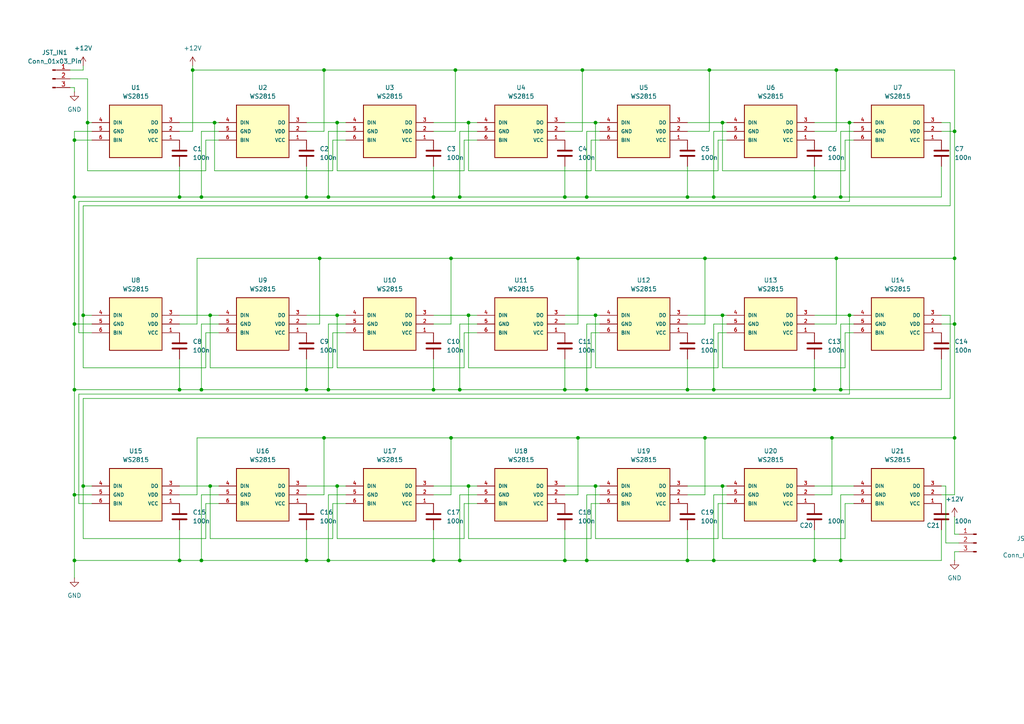
<source format=kicad_sch>
(kicad_sch (version 20250114) (generator "eeschema") (generator_version "9.0")
  (paper "A4")
  (lib_symbols
    (symbol "Connector:Conn_01x03_Pin" (pin_names (offset 1.016) (hide yes))
      (property "Reference" "J" (at 0 5.08 0))
      (property "Value" "Conn_01x03_Pin" (at 0 -5.08 0))
      (symbol "Conn_01x03_Pin_1_1"
        (rectangle (start 0.8636 2.667) (end 0 2.413) (stroke (width 0.1524)) (fill (type outline)))
        (rectangle (start 0.8636 0.127) (end 0 -0.127) (stroke (width 0.1524)) (fill (type outline)))
        (rectangle (start 0.8636 -2.413) (end 0 -2.667) (stroke (width 0.1524)) (fill (type outline)))
        (polyline (pts (xy 1.27 2.54) (xy 0.8636 2.54)) (stroke (width 0.1524)))
        (polyline (pts (xy 1.27 0) (xy 0.8636 0)) (stroke (width 0.1524)))
        (polyline (pts (xy 1.27 -2.54) (xy 0.8636 -2.54)) (stroke (width 0.1524)))
        (pin passive line (at 5.08 2.54 180) (length 3.81) (name "Pin_1") (number "1"))
        (pin passive line (at 5.08 0 180) (length 3.81) (name "Pin_2") (number "2"))
        (pin passive line (at 5.08 -2.54 180) (length 3.81) (name "Pin_3") (number "3"))
      )
    )
    (symbol "Device:C" (pin_numbers (hide yes)) (pin_names (offset 0.254))
      (property "Reference" "C" (at 0.635 2.54 0))
      (property "Value" "C" (at 0.635 -2.54 0))
      (symbol "C_0_1"
        (polyline (pts (xy -2.032 0.762) (xy 2.032 0.762)) (stroke (width 0.508)))
        (polyline (pts (xy -2.032 -0.762) (xy 2.032 -0.762)) (stroke (width 0.508)))
      )
      (symbol "C_1_1"
        (pin passive line (at 0 3.81 270) (length 2.794) (name "~") (number "1"))
        (pin passive line (at 0 -3.81 90) (length 2.794) (name "~") (number "2"))
      )
    )
    (symbol "LEDS:WS2815" (pin_names (offset 1.016))
      (property "Reference" "U" (at 0 0 0))
      (property "Value" "WS2815" (at 0 0 0))
      (symbol "WS2815_0_0"
        (rectangle (start -7.62 -5.08) (end 7.62 10.16) (stroke (width 0.254)) (fill (type background)))
        (pin bidirectional line (at -12.7 5.08 0) (length 5.08) (name "DIN") (number "4"))
        (pin bidirectional line (at -12.7 2.54 0) (length 5.08) (name "GND") (number "5"))
        (pin bidirectional line (at -12.7 0 0) (length 5.08) (name "BIN") (number "6"))
        (pin bidirectional line (at 12.7 5.08 180) (length 5.08) (name "DO") (number "3"))
        (pin bidirectional line (at 12.7 2.54 180) (length 5.08) (name "VDD") (number "2"))
        (pin bidirectional line (at 12.7 0 180) (length 5.08) (name "VCC") (number "1"))
      )
    )
    (symbol "power:+12V" (power) (pin_numbers (hide yes)) (pin_names (offset 0) (hide yes))
      (property "Value" "+12V" (at 0 3.556 0))
      (symbol "+12V_0_1"
        (polyline (pts (xy -0.762 1.27) (xy 0 2.54)))
        (polyline (pts (xy 0 2.54) (xy 0.762 1.27)))
        (polyline (pts (xy 0 0) (xy 0 2.54)))
      )
      (symbol "+12V_1_1"
        (pin power_in line (at 0 0 90) (length 0) (name "~") (number "1"))
      )
    )
    (symbol "power:GND" (power) (pin_numbers (hide yes)) (pin_names (offset 0) (hide yes))
      (property "Value" "GND" (at 0 -3.81 0))
      (symbol "GND_0_1"
        (polyline (pts (xy 0 0) (xy 0 -1.27) (xy 1.27 -1.27) (xy 0 -2.54) (xy -1.27 -1.27) (xy 0 -1.27)))
      )
      (symbol "GND_1_1"
        (pin power_in line (at 0 0 270) (length 0) (name "~") (number "1"))
      )
    )
  )
  (junction (at 163.83 162.56))
  (junction (at 170.18 162.56))
  (junction (at 133.35 57.15))
  (junction (at 125.73 162.56))
  (junction (at 168.91 20.32))
  (junction (at 60.96 140.97))
  (junction (at 93.98 20.32))
  (junction (at 62.23 35.56))
  (junction (at 236.22 113.03))
  (junction (at 163.83 113.03))
  (junction (at 204.47 127))
  (junction (at 21.59 57.15))
  (junction (at 24.13 91.44))
  (junction (at 58.42 113.03))
  (junction (at 243.84 162.56))
  (junction (at 276.86 127))
  (junction (at 21.59 143.51))
  (junction (at 97.79 140.97))
  (junction (at 88.9 113.03))
  (junction (at 52.07 113.03))
  (junction (at 241.3 127))
  (junction (at 58.42 162.56))
  (junction (at 276.86 93.98))
  (junction (at 243.84 57.15))
  (junction (at 21.59 40.64))
  (junction (at 209.55 35.56))
  (junction (at 55.88 20.32))
  (junction (at 170.18 113.03))
  (junction (at 172.72 91.44))
  (junction (at 135.89 140.97))
  (junction (at 209.55 140.97))
  (junction (at 207.01 113.03))
  (junction (at 21.59 113.03))
  (junction (at 243.84 113.03))
  (junction (at 92.71 74.93))
  (junction (at 125.73 113.03))
  (junction (at 133.35 113.03))
  (junction (at 88.9 162.56))
  (junction (at 132.08 20.32))
  (junction (at 130.81 127))
  (junction (at 172.72 35.56))
  (junction (at 60.96 91.44))
  (junction (at 88.9 57.15))
  (junction (at 93.98 127))
  (junction (at 236.22 162.56))
  (junction (at 58.42 57.15))
  (junction (at 207.01 162.56))
  (junction (at 172.72 140.97))
  (junction (at 204.47 74.93))
  (junction (at 246.38 35.56))
  (junction (at 236.22 57.15))
  (junction (at 130.81 74.93))
  (junction (at 25.4 35.56))
  (junction (at 125.73 57.15))
  (junction (at 276.86 74.93))
  (junction (at 21.59 93.98))
  (junction (at 24.13 140.97))
  (junction (at 97.79 35.56))
  (junction (at 170.18 57.15))
  (junction (at 21.59 162.56))
  (junction (at 52.07 162.56))
  (junction (at 95.25 113.03))
  (junction (at 135.89 35.56))
  (junction (at 199.39 162.56))
  (junction (at 52.07 57.15))
  (junction (at 205.74 20.32))
  (junction (at 163.83 57.15))
  (junction (at 135.89 91.44))
  (junction (at 97.79 91.44))
  (junction (at 246.38 91.44))
  (junction (at 199.39 57.15))
  (junction (at 167.64 74.93))
  (junction (at 209.55 91.44))
  (junction (at 242.57 20.32))
  (junction (at 242.57 74.93))
  (junction (at 207.01 57.15))
  (junction (at 95.25 57.15))
  (junction (at 133.35 162.56))
  (junction (at 95.25 162.56))
  (junction (at 199.39 113.03))
  (junction (at 276.86 38.1))
  (junction (at 167.64 127))
  (wire (pts (xy 88.9 104.14) (xy 88.9 113.03)))
  (wire (pts (xy 24.13 140.97) (xy 24.13 115.57)))
  (wire (pts (xy 135.89 140.97) (xy 138.43 140.97)))
  (wire (pts (xy 209.55 49.53) (xy 209.55 35.56)))
  (wire (pts (xy 236.22 48.26) (xy 236.22 57.15)))
  (wire (pts (xy 138.43 96.52) (xy 134.62 96.52)))
  (wire (pts (xy 205.74 20.32) (xy 242.57 20.32)))
  (wire (pts (xy 208.28 156.21) (xy 172.72 156.21)))
  (wire (pts (xy 100.33 40.64) (xy 96.52 40.64)))
  (wire (pts (xy 275.59 35.56) (xy 273.05 35.56)))
  (wire (pts (xy 209.55 91.44) (xy 210.82 91.44)))
  (wire (pts (xy 25.4 22.86) (xy 25.4 35.56)))
  (wire (pts (xy 276.86 154.94) (xy 278.13 154.94)))
  (wire (pts (xy 21.59 113.03) (xy 21.59 143.51)))
  (wire (pts (xy 236.22 91.44) (xy 246.38 91.44)))
  (wire (pts (xy 173.99 93.98) (xy 170.18 93.98)))
  (wire (pts (xy 245.11 156.21) (xy 209.55 156.21)))
  (wire (pts (xy 210.82 40.64) (xy 208.28 40.64)))
  (wire (pts (xy 172.72 106.68) (xy 172.72 91.44)))
  (wire (pts (xy 171.45 146.05) (xy 171.45 156.21)))
  (wire (pts (xy 92.71 74.93) (xy 57.15 74.93)))
  (wire (pts (xy 88.9 93.98) (xy 92.71 93.98)))
  (wire (pts (xy 96.52 156.21) (xy 60.96 156.21)))
  (wire (pts (xy 132.08 20.32) (xy 168.91 20.32)))
  (wire (pts (xy 236.22 35.56) (xy 246.38 35.56)))
  (wire (pts (xy 171.45 49.53) (xy 135.89 49.53)))
  (wire (pts (xy 173.99 143.51) (xy 170.18 143.51)))
  (wire (pts (xy 58.42 38.1) (xy 58.42 57.15)))
  (wire (pts (xy 26.67 93.98) (xy 21.59 93.98)))
  (wire (pts (xy 273.05 143.51) (xy 276.86 143.51)))
  (wire (pts (xy 207.01 113.03) (xy 236.22 113.03)))
  (wire (pts (xy 241.3 127) (xy 276.86 127)))
  (wire (pts (xy 96.52 146.05) (xy 96.52 156.21)))
  (wire (pts (xy 59.69 96.52) (xy 59.69 106.68)))
  (wire (pts (xy 24.13 59.69) (xy 275.59 59.69)))
  (wire (pts (xy 236.22 153.67) (xy 236.22 162.56)))
  (wire (pts (xy 21.59 40.64) (xy 26.67 40.64)))
  (wire (pts (xy 243.84 93.98) (xy 247.65 93.98)))
  (wire (pts (xy 171.45 106.68) (xy 135.89 106.68)))
  (wire (pts (xy 246.38 58.42) (xy 246.38 35.56)))
  (wire (pts (xy 24.13 156.21) (xy 24.13 140.97)))
  (wire (pts (xy 207.01 162.56) (xy 236.22 162.56)))
  (wire (pts (xy 209.55 156.21) (xy 209.55 140.97)))
  (wire (pts (xy 134.62 40.64) (xy 134.62 49.53)))
  (wire (pts (xy 243.84 113.03) (xy 243.84 93.98)))
  (wire (pts (xy 236.22 93.98) (xy 242.57 93.98)))
  (wire (pts (xy 138.43 93.98) (xy 133.35 93.98)))
  (wire (pts (xy 134.62 49.53) (xy 97.79 49.53)))
  (wire (pts (xy 199.39 38.1) (xy 205.74 38.1)))
  (wire (pts (xy 59.69 40.64) (xy 59.69 49.53)))
  (wire (pts (xy 95.25 57.15) (xy 125.73 57.15)))
  (wire (pts (xy 21.59 162.56) (xy 52.07 162.56)))
  (wire (pts (xy 173.99 96.52) (xy 171.45 96.52)))
  (wire (pts (xy 245.11 96.52) (xy 245.11 106.68)))
  (wire (pts (xy 204.47 143.51) (xy 204.47 127)))
  (wire (pts (xy 21.59 93.98) (xy 21.59 113.03)))
  (wire (pts (xy 63.5 38.1) (xy 58.42 38.1)))
  (wire (pts (xy 170.18 143.51) (xy 170.18 162.56)))
  (wire (pts (xy 245.11 146.05) (xy 245.11 156.21)))
  (wire (pts (xy 245.11 106.68) (xy 209.55 106.68)))
  (wire (pts (xy 24.13 115.57) (xy 275.59 115.57)))
  (wire (pts (xy 273.05 48.26) (xy 273.05 57.15)))
  (wire (pts (xy 167.64 143.51) (xy 167.64 127)))
  (wire (pts (xy 21.59 143.51) (xy 21.59 162.56)))
  (wire (pts (xy 210.82 93.98) (xy 207.01 93.98)))
  (wire (pts (xy 88.9 38.1) (xy 93.98 38.1)))
  (wire (pts (xy 209.55 35.56) (xy 210.82 35.56)))
  (wire (pts (xy 63.5 146.05) (xy 59.69 146.05)))
  (wire (pts (xy 167.64 127) (xy 204.47 127)))
  (wire (pts (xy 88.9 35.56) (xy 97.79 35.56)))
  (wire (pts (xy 88.9 153.67) (xy 88.9 162.56)))
  (wire (pts (xy 96.52 96.52) (xy 96.52 106.68)))
  (wire (pts (xy 63.5 93.98) (xy 58.42 93.98)))
  (wire (pts (xy 25.4 35.56) (xy 26.67 35.56)))
  (wire (pts (xy 274.32 157.48) (xy 278.13 157.48)))
  (wire (pts (xy 57.15 127) (xy 57.15 143.51)))
  (wire (pts (xy 135.89 91.44) (xy 138.43 91.44)))
  (wire (pts (xy 134.62 96.52) (xy 134.62 106.68)))
  (wire (pts (xy 24.13 91.44) (xy 24.13 106.68)))
  (wire (pts (xy 88.9 48.26) (xy 88.9 57.15)))
  (wire (pts (xy 276.86 38.1) (xy 276.86 74.93)))
  (wire (pts (xy 88.9 91.44) (xy 97.79 91.44)))
  (wire (pts (xy 95.25 93.98) (xy 95.25 113.03)))
  (wire (pts (xy 58.42 93.98) (xy 58.42 113.03)))
  (wire (pts (xy 22.86 58.42) (xy 246.38 58.42)))
  (wire (pts (xy 63.5 96.52) (xy 59.69 96.52)))
  (wire (pts (xy 100.33 93.98) (xy 95.25 93.98)))
  (wire (pts (xy 125.73 57.15) (xy 133.35 57.15)))
  (wire (pts (xy 26.67 143.51) (xy 21.59 143.51)))
  (wire (pts (xy 208.28 146.05) (xy 208.28 156.21)))
  (wire (pts (xy 210.82 96.52) (xy 208.28 96.52)))
  (wire (pts (xy 199.39 140.97) (xy 209.55 140.97)))
  (wire (pts (xy 55.88 20.32) (xy 93.98 20.32)))
  (wire (pts (xy 273.05 113.03) (xy 243.84 113.03)))
  (wire (pts (xy 172.72 91.44) (xy 173.99 91.44)))
  (wire (pts (xy 92.71 93.98) (xy 92.71 74.93)))
  (wire (pts (xy 209.55 140.97) (xy 210.82 140.97)))
  (wire (pts (xy 96.52 40.64) (xy 96.52 49.53)))
  (wire (pts (xy 163.83 93.98) (xy 167.64 93.98)))
  (wire (pts (xy 167.64 74.93) (xy 130.81 74.93)))
  (wire (pts (xy 241.3 143.51) (xy 241.3 127)))
  (wire (pts (xy 25.4 49.53) (xy 25.4 35.56)))
  (wire (pts (xy 58.42 143.51) (xy 58.42 162.56)))
  (wire (pts (xy 247.65 146.05) (xy 245.11 146.05)))
  (wire (pts (xy 236.22 140.97) (xy 247.65 140.97)))
  (wire (pts (xy 52.07 48.26) (xy 52.07 57.15)))
  (wire (pts (xy 26.67 38.1) (xy 21.59 38.1)))
  (wire (pts (xy 276.86 74.93) (xy 242.57 74.93)))
  (wire (pts (xy 97.79 49.53) (xy 97.79 35.56)))
  (wire (pts (xy 24.13 106.68) (xy 59.69 106.68)))
  (wire (pts (xy 171.45 156.21) (xy 135.89 156.21)))
  (wire (pts (xy 243.84 143.51) (xy 247.65 143.51)))
  (wire (pts (xy 130.81 127) (xy 167.64 127)))
  (wire (pts (xy 62.23 49.53) (xy 62.23 35.56)))
  (wire (pts (xy 246.38 91.44) (xy 247.65 91.44)))
  (wire (pts (xy 21.59 26.67) (xy 21.59 25.4)))
  (wire (pts (xy 236.22 143.51) (xy 241.3 143.51)))
  (wire (pts (xy 100.33 146.05) (xy 96.52 146.05)))
  (wire (pts (xy 95.25 143.51) (xy 95.25 162.56)))
  (wire (pts (xy 55.88 19.05) (xy 55.88 20.32)))
  (wire (pts (xy 97.79 35.56) (xy 100.33 35.56)))
  (wire (pts (xy 60.96 140.97) (xy 63.5 140.97)))
  (wire (pts (xy 168.91 20.32) (xy 205.74 20.32)))
  (wire (pts (xy 60.96 106.68) (xy 60.96 91.44)))
  (wire (pts (xy 242.57 20.32) (xy 276.86 20.32)))
  (wire (pts (xy 88.9 57.15) (xy 95.25 57.15)))
  (wire (pts (xy 59.69 146.05) (xy 59.69 156.21)))
  (wire (pts (xy 24.13 20.32) (xy 20.32 20.32)))
  (wire (pts (xy 273.05 162.56) (xy 243.84 162.56)))
  (wire (pts (xy 163.83 153.67) (xy 163.83 162.56)))
  (wire (pts (xy 52.07 113.03) (xy 58.42 113.03)))
  (wire (pts (xy 22.86 146.05) (xy 22.86 114.3)))
  (wire (pts (xy 52.07 140.97) (xy 60.96 140.97)))
  (wire (pts (xy 88.9 162.56) (xy 95.25 162.56)))
  (wire (pts (xy 52.07 38.1) (xy 55.88 38.1)))
  (wire (pts (xy 138.43 146.05) (xy 134.62 146.05)))
  (wire (pts (xy 199.39 162.56) (xy 207.01 162.56)))
  (wire (pts (xy 133.35 162.56) (xy 163.83 162.56)))
  (wire (pts (xy 210.82 38.1) (xy 207.01 38.1)))
  (wire (pts (xy 125.73 35.56) (xy 135.89 35.56)))
  (wire (pts (xy 59.69 40.64) (xy 63.5 40.64)))
  (wire (pts (xy 21.59 57.15) (xy 52.07 57.15)))
  (wire (pts (xy 236.22 57.15) (xy 243.84 57.15)))
  (wire (pts (xy 55.88 20.32) (xy 55.88 38.1)))
  (wire (pts (xy 170.18 57.15) (xy 199.39 57.15)))
  (wire (pts (xy 93.98 38.1) (xy 93.98 20.32)))
  (wire (pts (xy 207.01 143.51) (xy 207.01 162.56)))
  (wire (pts (xy 88.9 140.97) (xy 97.79 140.97)))
  (wire (pts (xy 243.84 57.15) (xy 243.84 38.1)))
  (wire (pts (xy 171.45 40.64) (xy 171.45 49.53)))
  (wire (pts (xy 245.11 40.64) (xy 245.11 49.53)))
  (wire (pts (xy 58.42 57.15) (xy 88.9 57.15)))
  (wire (pts (xy 273.05 104.14) (xy 273.05 113.03)))
  (wire (pts (xy 125.73 104.14) (xy 125.73 113.03)))
  (wire (pts (xy 275.59 59.69) (xy 275.59 35.56)))
  (wire (pts (xy 135.89 106.68) (xy 135.89 91.44)))
  (wire (pts (xy 172.72 35.56) (xy 173.99 35.56)))
  (wire (pts (xy 97.79 156.21) (xy 97.79 140.97)))
  (wire (pts (xy 97.79 91.44) (xy 100.33 91.44)))
  (wire (pts (xy 163.83 140.97) (xy 172.72 140.97)))
  (wire (pts (xy 199.39 104.14) (xy 199.39 113.03)))
  (wire (pts (xy 163.83 57.15) (xy 170.18 57.15)))
  (wire (pts (xy 100.33 38.1) (xy 95.25 38.1)))
  (wire (pts (xy 20.32 22.86) (xy 25.4 22.86)))
  (wire (pts (xy 52.07 143.51) (xy 57.15 143.51)))
  (wire (pts (xy 163.83 48.26) (xy 163.83 57.15)))
  (wire (pts (xy 276.86 160.02) (xy 276.86 162.56)))
  (wire (pts (xy 22.86 96.52) (xy 22.86 58.42)))
  (wire (pts (xy 26.67 146.05) (xy 22.86 146.05)))
  (wire (pts (xy 199.39 91.44) (xy 209.55 91.44)))
  (wire (pts (xy 21.59 162.56) (xy 21.59 167.64)))
  (wire (pts (xy 52.07 57.15) (xy 58.42 57.15)))
  (wire (pts (xy 247.65 40.64) (xy 245.11 40.64)))
  (wire (pts (xy 95.25 113.03) (xy 125.73 113.03)))
  (wire (pts (xy 135.89 35.56) (xy 138.43 35.56)))
  (wire (pts (xy 163.83 35.56) (xy 172.72 35.56)))
  (wire (pts (xy 207.01 38.1) (xy 207.01 57.15)))
  (wire (pts (xy 125.73 48.26) (xy 125.73 57.15)))
  (wire (pts (xy 134.62 146.05) (xy 134.62 156.21)))
  (wire (pts (xy 246.38 114.3) (xy 246.38 91.44)))
  (wire (pts (xy 100.33 143.51) (xy 95.25 143.51)))
  (wire (pts (xy 171.45 96.52) (xy 171.45 106.68)))
  (wire (pts (xy 170.18 38.1) (xy 170.18 57.15)))
  (wire (pts (xy 274.32 140.97) (xy 274.32 157.48)))
  (wire (pts (xy 52.07 91.44) (xy 60.96 91.44)))
  (wire (pts (xy 247.65 96.52) (xy 245.11 96.52)))
  (wire (pts (xy 59.69 49.53) (xy 25.4 49.53)))
  (wire (pts (xy 21.59 25.4) (xy 20.32 25.4)))
  (wire (pts (xy 133.35 93.98) (xy 133.35 113.03)))
  (wire (pts (xy 52.07 93.98) (xy 57.15 93.98)))
  (wire (pts (xy 24.13 140.97) (xy 26.67 140.97)))
  (wire (pts (xy 52.07 35.56) (xy 62.23 35.56)))
  (wire (pts (xy 208.28 106.68) (xy 172.72 106.68)))
  (wire (pts (xy 24.13 91.44) (xy 26.67 91.44)))
  (wire (pts (xy 130.81 74.93) (xy 92.71 74.93)))
  (wire (pts (xy 242.57 38.1) (xy 242.57 20.32)))
  (wire (pts (xy 134.62 156.21) (xy 97.79 156.21)))
  (wire (pts (xy 163.83 104.14) (xy 163.83 113.03)))
  (wire (pts (xy 172.72 140.97) (xy 173.99 140.97)))
  (wire (pts (xy 24.13 91.44) (xy 24.13 59.69)))
  (wire (pts (xy 276.86 149.86) (xy 276.86 154.94)))
  (wire (pts (xy 242.57 74.93) (xy 204.47 74.93)))
  (wire (pts (xy 62.23 35.56) (xy 63.5 35.56)))
  (wire (pts (xy 163.83 38.1) (xy 168.91 38.1)))
  (wire (pts (xy 21.59 38.1) (xy 21.59 40.64)))
  (wire (pts (xy 173.99 146.05) (xy 171.45 146.05)))
  (wire (pts (xy 100.33 96.52) (xy 96.52 96.52)))
  (wire (pts (xy 138.43 40.64) (xy 134.62 40.64)))
  (wire (pts (xy 199.39 93.98) (xy 204.47 93.98)))
  (wire (pts (xy 125.73 140.97) (xy 135.89 140.97)))
  (wire (pts (xy 208.28 49.53) (xy 172.72 49.53)))
  (wire (pts (xy 208.28 96.52) (xy 208.28 106.68)))
  (wire (pts (xy 273.05 57.15) (xy 243.84 57.15)))
  (wire (pts (xy 199.39 48.26) (xy 199.39 57.15)))
  (wire (pts (xy 96.52 106.68) (xy 60.96 106.68)))
  (wire (pts (xy 58.42 113.03) (xy 88.9 113.03)))
  (wire (pts (xy 95.25 162.56) (xy 125.73 162.56)))
  (wire (pts (xy 125.73 91.44) (xy 135.89 91.44)))
  (wire (pts (xy 199.39 113.03) (xy 207.01 113.03)))
  (wire (pts (xy 96.52 49.53) (xy 62.23 49.53)))
  (wire (pts (xy 93.98 20.32) (xy 132.08 20.32)))
  (wire (pts (xy 236.22 38.1) (xy 242.57 38.1)))
  (wire (pts (xy 167.64 93.98) (xy 167.64 74.93)))
  (wire (pts (xy 278.13 160.02) (xy 276.86 160.02)))
  (wire (pts (xy 52.07 153.67) (xy 52.07 162.56)))
  (wire (pts (xy 205.74 38.1) (xy 205.74 20.32)))
  (wire (pts (xy 236.22 113.03) (xy 243.84 113.03)))
  (wire (pts (xy 138.43 38.1) (xy 133.35 38.1)))
  (wire (pts (xy 125.73 162.56) (xy 133.35 162.56)))
  (wire (pts (xy 21.59 113.03) (xy 52.07 113.03)))
  (wire (pts (xy 163.83 113.03) (xy 170.18 113.03)))
  (wire (pts (xy 276.86 20.32) (xy 276.86 38.1)))
  (wire (pts (xy 236.22 104.14) (xy 236.22 113.03)))
  (wire (pts (xy 273.05 93.98) (xy 276.86 93.98)))
  (wire (pts (xy 52.07 104.14) (xy 52.07 113.03)))
  (wire (pts (xy 210.82 143.51) (xy 207.01 143.51)))
  (wire (pts (xy 209.55 106.68) (xy 209.55 91.44)))
  (wire (pts (xy 125.73 38.1) (xy 132.08 38.1)))
  (wire (pts (xy 135.89 49.53) (xy 135.89 35.56)))
  (wire (pts (xy 168.91 38.1) (xy 168.91 20.32)))
  (wire (pts (xy 243.84 38.1) (xy 247.65 38.1)))
  (wire (pts (xy 199.39 143.51) (xy 204.47 143.51)))
  (wire (pts (xy 275.59 115.57) (xy 275.59 91.44)))
  (wire (pts (xy 57.15 127) (xy 93.98 127)))
  (wire (pts (xy 88.9 143.51) (xy 93.98 143.51)))
  (wire (pts (xy 60.96 91.44) (xy 63.5 91.44)))
  (wire (pts (xy 95.25 38.1) (xy 95.25 57.15)))
  (wire (pts (xy 199.39 35.56) (xy 209.55 35.56)))
  (wire (pts (xy 204.47 127) (xy 241.3 127)))
  (wire (pts (xy 172.72 156.21) (xy 172.72 140.97)))
  (wire (pts (xy 170.18 162.56) (xy 199.39 162.56)))
  (wire (pts (xy 26.67 96.52) (xy 22.86 96.52)))
  (wire (pts (xy 204.47 74.93) (xy 167.64 74.93)))
  (wire (pts (xy 133.35 57.15) (xy 163.83 57.15)))
  (wire (pts (xy 246.38 35.56) (xy 247.65 35.56)))
  (wire (pts (xy 52.07 162.56) (xy 58.42 162.56)))
  (wire (pts (xy 208.28 40.64) (xy 208.28 49.53)))
  (wire (pts (xy 173.99 38.1) (xy 170.18 38.1)))
  (wire (pts (xy 273.05 153.67) (xy 273.05 162.56)))
  (wire (pts (xy 125.73 143.51) (xy 130.81 143.51)))
  (wire (pts (xy 125.73 113.03) (xy 133.35 113.03)))
  (wire (pts (xy 243.84 162.56) (xy 243.84 143.51)))
  (wire (pts (xy 172.72 49.53) (xy 172.72 35.56)))
  (wire (pts (xy 199.39 153.67) (xy 199.39 162.56)))
  (wire (pts (xy 199.39 57.15) (xy 207.01 57.15)))
  (wire (pts (xy 88.9 113.03) (xy 95.25 113.03)))
  (wire (pts (xy 60.96 156.21) (xy 60.96 140.97)))
  (wire (pts (xy 276.86 93.98) (xy 276.86 74.93)))
  (wire (pts (xy 133.35 113.03) (xy 163.83 113.03)))
  (wire (pts (xy 276.86 127) (xy 276.86 93.98)))
  (wire (pts (xy 173.99 40.64) (xy 171.45 40.64)))
  (wire (pts (xy 170.18 93.98) (xy 170.18 113.03)))
  (wire (pts (xy 133.35 38.1) (xy 133.35 57.15)))
  (wire (pts (xy 125.73 153.67) (xy 125.73 162.56)))
  (wire (pts (xy 22.86 114.3) (xy 246.38 114.3)))
  (wire (pts (xy 21.59 57.15) (xy 21.59 93.98)))
  (wire (pts (xy 24.13 19.05) (xy 24.13 20.32)))
  (wire (pts (xy 125.73 93.98) (xy 130.81 93.98)))
  (wire (pts (xy 273.05 140.97) (xy 274.32 140.97)))
  (wire (pts (xy 133.35 143.51) (xy 133.35 162.56)))
  (wire (pts (xy 245.11 49.53) (xy 209.55 49.53)))
  (wire (pts (xy 132.08 38.1) (xy 132.08 20.32)))
  (wire (pts (xy 276.86 143.51) (xy 276.86 127)))
  (wire (pts (xy 130.81 93.98) (xy 130.81 74.93)))
  (wire (pts (xy 93.98 143.51) (xy 93.98 127)))
  (wire (pts (xy 273.05 38.1) (xy 276.86 38.1)))
  (wire (pts (xy 207.01 57.15) (xy 236.22 57.15)))
  (wire (pts (xy 210.82 146.05) (xy 208.28 146.05)))
  (wire (pts (xy 170.18 113.03) (xy 199.39 113.03)))
  (wire (pts (xy 236.22 162.56) (xy 243.84 162.56)))
  (wire (pts (xy 134.62 106.68) (xy 97.79 106.68)))
  (wire (pts (xy 163.83 91.44) (xy 172.72 91.44)))
  (wire (pts (xy 21.59 40.64) (xy 21.59 57.15)))
  (wire (pts (xy 204.47 93.98) (xy 204.47 74.93)))
  (wire (pts (xy 138.43 143.51) (xy 133.35 143.51)))
  (wire (pts (xy 130.81 143.51) (xy 130.81 127)))
  (wire (pts (xy 93.98 127) (xy 130.81 127)))
  (wire (pts (xy 135.89 156.21) (xy 135.89 140.97)))
  (wire (pts (xy 207.01 93.98) (xy 207.01 113.03)))
  (wire (pts (xy 58.42 162.56) (xy 88.9 162.56)))
  (wire (pts (xy 97.79 140.97) (xy 100.33 140.97)))
  (wire (pts (xy 97.79 106.68) (xy 97.79 91.44)))
  (wire (pts (xy 63.5 143.51) (xy 58.42 143.51)))
  (wire (pts (xy 163.83 143.51) (xy 167.64 143.51)))
  (wire (pts (xy 163.83 162.56) (xy 170.18 162.56)))
  (wire (pts (xy 57.15 74.93) (xy 57.15 93.98)))
  (wire (pts (xy 242.57 93.98) (xy 242.57 74.93)))
  (wire (pts (xy 275.59 91.44) (xy 273.05 91.44)))
  (wire (pts (xy 59.69 156.21) (xy 24.13 156.21)))
  (symbol (lib_id "LEDS:WS2815") (at 151.13 146.05 0) (unit 1)
    (property "Reference" "U18" (at 151.13 130.81 0))
    (property "Value" "WS2815" (at 151.13 133.35 0))
    (property "Footprint" "LEDS:LED-TRICOLOR-5050" (effects (hide yes)))
    (property "MF" "Normand" (effects (hide yes)))
    (property "Description_1" "Intelligent control LED integrated light source" (effects (hide yes)))
    (property "Package" "Package" (effects (hide yes)))
    (property "Price" "None" (effects (hide yes)))
    (property "SnapEDA_Link" "https://www.snapeda.com/parts/WS2815/Normand/view-part/?ref=snap" (effects (hide yes)))
    (property "MP" "WS2815" (effects (hide yes)))
    (property "Availability" "Not in stock" (effects (hide yes)))
    (property "Check_prices" "https://www.snapeda.com/parts/WS2815/Normand/view-part/?ref=eda" (effects (hide yes)))
  )
  (symbol (lib_id "LEDS:WS2815") (at 113.03 40.64 0) (unit 1)
    (property "Reference" "U3" (at 113.03 25.4 0))
    (property "Value" "WS2815" (at 113.03 27.94 0))
    (property "Footprint" "LEDS:LED-TRICOLOR-5050" (effects (hide yes)))
    (property "MF" "Normand" (effects (hide yes)))
    (property "Description_1" "Intelligent control LED integrated light source" (effects (hide yes)))
    (property "Package" "Package" (effects (hide yes)))
    (property "Price" "None" (effects (hide yes)))
    (property "SnapEDA_Link" "https://www.snapeda.com/parts/WS2815/Normand/view-part/?ref=snap" (effects (hide yes)))
    (property "MP" "WS2815" (effects (hide yes)))
    (property "Availability" "Not in stock" (effects (hide yes)))
    (property "Check_prices" "https://www.snapeda.com/parts/WS2815/Normand/view-part/?ref=eda" (effects (hide yes)))
  )
  (symbol (lib_id "LEDS:WS2815") (at 186.69 146.05 0) (unit 1)
    (property "Reference" "U19" (at 186.69 130.81 0))
    (property "Value" "WS2815" (at 186.69 133.35 0))
    (property "Footprint" "LEDS:LED-TRICOLOR-5050" (effects (hide yes)))
    (property "MF" "Normand" (effects (hide yes)))
    (property "Description_1" "Intelligent control LED integrated light source" (effects (hide yes)))
    (property "Package" "Package" (effects (hide yes)))
    (property "Price" "None" (effects (hide yes)))
    (property "SnapEDA_Link" "https://www.snapeda.com/parts/WS2815/Normand/view-part/?ref=snap" (effects (hide yes)))
    (property "MP" "WS2815" (effects (hide yes)))
    (property "Availability" "Not in stock" (effects (hide yes)))
    (property "Check_prices" "https://www.snapeda.com/parts/WS2815/Normand/view-part/?ref=eda" (effects (hide yes)))
  )
  (symbol (lib_id "Device:C") (at 199.39 149.86 0) (unit 1)
    (property "Reference" "C19" (at 203.2 148.5899 0) (effects (justify left)))
    (property "Value" "100n" (at 203.2 151.1299 0) (effects (justify left)))
    (property "Footprint" "Capacitor_SMD:C_1206_3216Metric_Pad1.33x1.80mm_HandSolder" (effects (hide yes)))
    (property "Description" "Unpolarized capacitor" (effects (hide yes)))
  )
  (symbol (lib_id "Device:C") (at 273.05 44.45 0) (unit 1)
    (property "Reference" "C7" (at 276.86 43.1799 0) (effects (justify left)))
    (property "Value" "100n" (at 276.86 45.7199 0) (effects (justify left)))
    (property "Footprint" "Capacitor_SMD:C_1206_3216Metric_Pad1.33x1.80mm_HandSolder" (effects (hide yes)))
    (property "Description" "Unpolarized capacitor" (effects (hide yes)))
  )
  (symbol (lib_id "Device:C") (at 125.73 44.45 0) (unit 1)
    (property "Reference" "C3" (at 129.54 43.1799 0) (effects (justify left)))
    (property "Value" "100n" (at 129.54 45.7199 0) (effects (justify left)))
    (property "Footprint" "Capacitor_SMD:C_1206_3216Metric_Pad1.33x1.80mm_HandSolder" (effects (hide yes)))
    (property "Description" "Unpolarized capacitor" (effects (hide yes)))
  )
  (symbol (lib_id "LEDS:WS2815") (at 223.52 40.64 0) (unit 1)
    (property "Reference" "U6" (at 223.52 25.4 0))
    (property "Value" "WS2815" (at 223.52 27.94 0))
    (property "Footprint" "LEDS:LED-TRICOLOR-5050" (effects (hide yes)))
    (property "MF" "Normand" (effects (hide yes)))
    (property "Description_1" "Intelligent control LED integrated light source" (effects (hide yes)))
    (property "Package" "Package" (effects (hide yes)))
    (property "Price" "None" (effects (hide yes)))
    (property "SnapEDA_Link" "https://www.snapeda.com/parts/WS2815/Normand/view-part/?ref=snap" (effects (hide yes)))
    (property "MP" "WS2815" (effects (hide yes)))
    (property "Availability" "Not in stock" (effects (hide yes)))
    (property "Check_prices" "https://www.snapeda.com/parts/WS2815/Normand/view-part/?ref=eda" (effects (hide yes)))
  )
  (symbol (lib_id "Device:C") (at 88.9 100.33 0) (unit 1)
    (property "Reference" "C9" (at 92.71 99.0599 0) (effects (justify left)))
    (property "Value" "100n" (at 92.71 101.5999 0) (effects (justify left)))
    (property "Footprint" "Capacitor_SMD:C_1206_3216Metric_Pad1.33x1.80mm_HandSolder" (effects (hide yes)))
    (property "Description" "Unpolarized capacitor" (effects (hide yes)))
  )
  (symbol (lib_id "power:+12V") (at 55.88 19.05 0) (unit 1)
    (property "Reference" "#PWR03" (effects (hide yes)))
    (property "Value" "+12V" (at 55.88 13.97 0))
    (property "Description" "Power symbol creates a global label with name \"+12V\"" (effects (hide yes)))
  )
  (symbol (lib_id "LEDS:WS2815") (at 39.37 96.52 0) (unit 1)
    (property "Reference" "U8" (at 39.37 81.28 0))
    (property "Value" "WS2815" (at 39.37 83.82 0))
    (property "Footprint" "LEDS:LED-TRICOLOR-5050" (effects (hide yes)))
    (property "MF" "Normand" (effects (hide yes)))
    (property "Description_1" "Intelligent control LED integrated light source" (effects (hide yes)))
    (property "Package" "Package" (effects (hide yes)))
    (property "Price" "None" (effects (hide yes)))
    (property "SnapEDA_Link" "https://www.snapeda.com/parts/WS2815/Normand/view-part/?ref=snap" (effects (hide yes)))
    (property "MP" "WS2815" (effects (hide yes)))
    (property "Availability" "Not in stock" (effects (hide yes)))
    (property "Check_prices" "https://www.snapeda.com/parts/WS2815/Normand/view-part/?ref=eda" (effects (hide yes)))
  )
  (symbol (lib_id "LEDS:WS2815") (at 223.52 146.05 0) (unit 1)
    (property "Reference" "U20" (at 223.52 130.81 0))
    (property "Value" "WS2815" (at 223.52 133.35 0))
    (property "Footprint" "LEDS:LED-TRICOLOR-5050" (effects (hide yes)))
    (property "MF" "Normand" (effects (hide yes)))
    (property "Description_1" "Intelligent control LED integrated light source" (effects (hide yes)))
    (property "Package" "Package" (effects (hide yes)))
    (property "Price" "None" (effects (hide yes)))
    (property "SnapEDA_Link" "https://www.snapeda.com/parts/WS2815/Normand/view-part/?ref=snap" (effects (hide yes)))
    (property "MP" "WS2815" (effects (hide yes)))
    (property "Availability" "Not in stock" (effects (hide yes)))
    (property "Check_prices" "https://www.snapeda.com/parts/WS2815/Normand/view-part/?ref=eda" (effects (hide yes)))
  )
  (symbol (lib_id "LEDS:WS2815") (at 113.03 146.05 0) (unit 1)
    (property "Reference" "U17" (at 113.03 130.81 0))
    (property "Value" "WS2815" (at 113.03 133.35 0))
    (property "Footprint" "LEDS:LED-TRICOLOR-5050" (effects (hide yes)))
    (property "MF" "Normand" (effects (hide yes)))
    (property "Description_1" "Intelligent control LED integrated light source" (effects (hide yes)))
    (property "Package" "Package" (effects (hide yes)))
    (property "Price" "None" (effects (hide yes)))
    (property "SnapEDA_Link" "https://www.snapeda.com/parts/WS2815/Normand/view-part/?ref=snap" (effects (hide yes)))
    (property "MP" "WS2815" (effects (hide yes)))
    (property "Availability" "Not in stock" (effects (hide yes)))
    (property "Check_prices" "https://www.snapeda.com/parts/WS2815/Normand/view-part/?ref=eda" (effects (hide yes)))
  )
  (symbol (lib_id "LEDS:WS2815") (at 76.2 96.52 0) (unit 1)
    (property "Reference" "U9" (at 76.2 81.28 0))
    (property "Value" "WS2815" (at 76.2 83.82 0))
    (property "Footprint" "LEDS:LED-TRICOLOR-5050" (effects (hide yes)))
    (property "MF" "Normand" (effects (hide yes)))
    (property "Description_1" "Intelligent control LED integrated light source" (effects (hide yes)))
    (property "Package" "Package" (effects (hide yes)))
    (property "Price" "None" (effects (hide yes)))
    (property "SnapEDA_Link" "https://www.snapeda.com/parts/WS2815/Normand/view-part/?ref=snap" (effects (hide yes)))
    (property "MP" "WS2815" (effects (hide yes)))
    (property "Availability" "Not in stock" (effects (hide yes)))
    (property "Check_prices" "https://www.snapeda.com/parts/WS2815/Normand/view-part/?ref=eda" (effects (hide yes)))
  )
  (symbol (lib_id "Device:C") (at 163.83 100.33 0) (unit 1)
    (property "Reference" "C11" (at 167.64 99.0599 0) (effects (justify left)))
    (property "Value" "100n" (at 167.64 101.5999 0) (effects (justify left)))
    (property "Footprint" "Capacitor_SMD:C_1206_3216Metric_Pad1.33x1.80mm_HandSolder" (effects (hide yes)))
    (property "Description" "Unpolarized capacitor" (effects (hide yes)))
  )
  (symbol (lib_id "Device:C") (at 88.9 149.86 0) (unit 1)
    (property "Reference" "C16" (at 92.71 148.5899 0) (effects (justify left)))
    (property "Value" "100n" (at 92.71 151.1299 0) (effects (justify left)))
    (property "Footprint" "Capacitor_SMD:C_1206_3216Metric_Pad1.33x1.80mm_HandSolder" (effects (hide yes)))
    (property "Description" "Unpolarized capacitor" (effects (hide yes)))
  )
  (symbol (lib_id "Device:C") (at 88.9 44.45 0) (unit 1)
    (property "Reference" "C2" (at 92.71 43.1799 0) (effects (justify left)))
    (property "Value" "100n" (at 92.71 45.7199 0) (effects (justify left)))
    (property "Footprint" "Capacitor_SMD:C_1206_3216Metric_Pad1.33x1.80mm_HandSolder" (effects (hide yes)))
    (property "Description" "Unpolarized capacitor" (effects (hide yes)))
  )
  (symbol (lib_id "LEDS:WS2815") (at 186.69 40.64 0) (unit 1)
    (property "Reference" "U5" (at 186.69 25.4 0))
    (property "Value" "WS2815" (at 186.69 27.94 0))
    (property "Footprint" "LEDS:LED-TRICOLOR-5050" (effects (hide yes)))
    (property "MF" "Normand" (effects (hide yes)))
    (property "Description_1" "Intelligent control LED integrated light source" (effects (hide yes)))
    (property "Package" "Package" (effects (hide yes)))
    (property "Price" "None" (effects (hide yes)))
    (property "SnapEDA_Link" "https://www.snapeda.com/parts/WS2815/Normand/view-part/?ref=snap" (effects (hide yes)))
    (property "MP" "WS2815" (effects (hide yes)))
    (property "Availability" "Not in stock" (effects (hide yes)))
    (property "Check_prices" "https://www.snapeda.com/parts/WS2815/Normand/view-part/?ref=eda" (effects (hide yes)))
  )
  (symbol (lib_id "Device:C") (at 236.22 149.86 0) (unit 1)
    (property "Reference" "C20" (at 231.902 152.4 0) (effects (justify left)))
    (property "Value" "100n" (at 240.03 151.1299 0) (effects (justify left)))
    (property "Footprint" "Capacitor_SMD:C_1206_3216Metric_Pad1.33x1.80mm_HandSolder" (effects (hide yes)))
    (property "Description" "Unpolarized capacitor" (effects (hide yes)))
  )
  (symbol (lib_id "power:GND") (at 21.59 167.64 0) (unit 1)
    (property "Reference" "#PWR04" (effects (hide yes)))
    (property "Value" "GND" (at 21.59 172.72 0))
    (property "Description" "Power symbol creates a global label with name \"GND\" , ground" (effects (hide yes)))
  )
  (symbol (lib_id "LEDS:WS2815") (at 186.69 96.52 0) (unit 1)
    (property "Reference" "U12" (at 186.69 81.28 0))
    (property "Value" "WS2815" (at 186.69 83.82 0))
    (property "Footprint" "LEDS:LED-TRICOLOR-5050" (effects (hide yes)))
    (property "MF" "Normand" (effects (hide yes)))
    (property "Description_1" "Intelligent control LED integrated light source" (effects (hide yes)))
    (property "Package" "Package" (effects (hide yes)))
    (property "Price" "None" (effects (hide yes)))
    (property "SnapEDA_Link" "https://www.snapeda.com/parts/WS2815/Normand/view-part/?ref=snap" (effects (hide yes)))
    (property "MP" "WS2815" (effects (hide yes)))
    (property "Availability" "Not in stock" (effects (hide yes)))
    (property "Check_prices" "https://www.snapeda.com/parts/WS2815/Normand/view-part/?ref=eda" (effects (hide yes)))
  )
  (symbol (lib_id "Device:C") (at 163.83 44.45 0) (unit 1)
    (property "Reference" "C4" (at 167.64 43.1799 0) (effects (justify left)))
    (property "Value" "100n" (at 167.64 45.7199 0) (effects (justify left)))
    (property "Footprint" "Capacitor_SMD:C_1206_3216Metric_Pad1.33x1.80mm_HandSolder" (effects (hide yes)))
    (property "Description" "Unpolarized capacitor" (effects (hide yes)))
  )
  (symbol (lib_id "LEDS:WS2815") (at 39.37 146.05 0) (unit 1)
    (property "Reference" "U15" (at 39.37 130.81 0))
    (property "Value" "WS2815" (at 39.37 133.35 0))
    (property "Footprint" "LEDS:LED-TRICOLOR-5050" (effects (hide yes)))
    (property "MF" "Normand" (effects (hide yes)))
    (property "Description_1" "Intelligent control LED integrated light source" (effects (hide yes)))
    (property "Package" "Package" (effects (hide yes)))
    (property "Price" "None" (effects (hide yes)))
    (property "SnapEDA_Link" "https://www.snapeda.com/parts/WS2815/Normand/view-part/?ref=snap" (effects (hide yes)))
    (property "MP" "WS2815" (effects (hide yes)))
    (property "Availability" "Not in stock" (effects (hide yes)))
    (property "Check_prices" "https://www.snapeda.com/parts/WS2815/Normand/view-part/?ref=eda" (effects (hide yes)))
  )
  (symbol (lib_id "LEDS:WS2815") (at 223.52 96.52 0) (unit 1)
    (property "Reference" "U13" (at 223.52 81.28 0))
    (property "Value" "WS2815" (at 223.52 83.82 0))
    (property "Footprint" "LEDS:LED-TRICOLOR-5050" (effects (hide yes)))
    (property "MF" "Normand" (effects (hide yes)))
    (property "Description_1" "Intelligent control LED integrated light source" (effects (hide yes)))
    (property "Package" "Package" (effects (hide yes)))
    (property "Price" "None" (effects (hide yes)))
    (property "SnapEDA_Link" "https://www.snapeda.com/parts/WS2815/Normand/view-part/?ref=snap" (effects (hide yes)))
    (property "MP" "WS2815" (effects (hide yes)))
    (property "Availability" "Not in stock" (effects (hide yes)))
    (property "Check_prices" "https://www.snapeda.com/parts/WS2815/Normand/view-part/?ref=eda" (effects (hide yes)))
  )
  (symbol (lib_id "power:GND") (at 21.59 26.67 0) (unit 1)
    (property "Reference" "#PWR05" (effects (hide yes)))
    (property "Value" "GND" (at 21.59 31.75 0))
    (property "Description" "Power symbol creates a global label with name \"GND\" , ground" (effects (hide yes)))
  )
  (symbol (lib_id "power:GND") (at 276.86 162.56 0) (mirror y) (unit 1)
    (property "Reference" "#PWR06" (effects (hide yes)))
    (property "Value" "GND" (at 276.86 167.64 0))
    (property "Description" "Power symbol creates a global label with name \"GND\" , ground" (effects (hide yes)))
  )
  (symbol (lib_id "Device:C") (at 125.73 149.86 0) (unit 1)
    (property "Reference" "C17" (at 129.54 148.5899 0) (effects (justify left)))
    (property "Value" "100n" (at 129.54 151.1299 0) (effects (justify left)))
    (property "Footprint" "Capacitor_SMD:C_1206_3216Metric_Pad1.33x1.80mm_HandSolder" (effects (hide yes)))
    (property "Description" "Unpolarized capacitor" (effects (hide yes)))
  )
  (symbol (lib_id "Device:C") (at 236.22 44.45 0) (unit 1)
    (property "Reference" "C6" (at 240.03 43.1799 0) (effects (justify left)))
    (property "Value" "100n" (at 240.03 45.7199 0) (effects (justify left)))
    (property "Footprint" "Capacitor_SMD:C_1206_3216Metric_Pad1.33x1.80mm_HandSolder" (effects (hide yes)))
    (property "Description" "Unpolarized capacitor" (effects (hide yes)))
  )
  (symbol (lib_id "Device:C") (at 52.07 149.86 0) (unit 1)
    (property "Reference" "C15" (at 55.88 148.5899 0) (effects (justify left)))
    (property "Value" "100n" (at 55.88 151.1299 0) (effects (justify left)))
    (property "Footprint" "Capacitor_SMD:C_1206_3216Metric_Pad1.33x1.80mm_HandSolder" (effects (hide yes)))
    (property "Description" "Unpolarized capacitor" (effects (hide yes)))
  )
  (symbol (lib_id "Device:C") (at 273.05 149.86 0) (unit 1)
    (property "Reference" "C21" (at 268.732 152.4 0) (effects (justify left)))
    (property "Value" "100n" (at 276.86 151.1299 0) (effects (justify left)))
    (property "Footprint" "Capacitor_SMD:C_1206_3216Metric_Pad1.33x1.80mm_HandSolder" (effects (hide yes)))
    (property "Description" "Unpolarized capacitor" (effects (hide yes)))
  )
  (symbol (lib_id "Device:C") (at 52.07 100.33 0) (unit 1)
    (property "Reference" "C8" (at 55.88 99.0599 0) (effects (justify left)))
    (property "Value" "100n" (at 55.88 101.5999 0) (effects (justify left)))
    (property "Footprint" "Capacitor_SMD:C_1206_3216Metric_Pad1.33x1.80mm_HandSolder" (effects (hide yes)))
    (property "Description" "Unpolarized capacitor" (effects (hide yes)))
  )
  (symbol (lib_id "Device:C") (at 199.39 44.45 0) (unit 1)
    (property "Reference" "C5" (at 203.2 43.1799 0) (effects (justify left)))
    (property "Value" "100n" (at 203.2 45.7199 0) (effects (justify left)))
    (property "Footprint" "Capacitor_SMD:C_1206_3216Metric_Pad1.33x1.80mm_HandSolder" (effects (hide yes)))
    (property "Description" "Unpolarized capacitor" (effects (hide yes)))
  )
  (symbol (lib_id "LEDS:WS2815") (at 39.37 40.64 0) (unit 1)
    (property "Reference" "U1" (at 39.37 25.4 0))
    (property "Value" "WS2815" (at 39.37 27.94 0))
    (property "Footprint" "LEDS:LED-TRICOLOR-5050" (effects (hide yes)))
    (property "MF" "Normand" (effects (hide yes)))
    (property "Description_1" "Intelligent control LED integrated light source" (effects (hide yes)))
    (property "Package" "Package" (effects (hide yes)))
    (property "Price" "None" (effects (hide yes)))
    (property "SnapEDA_Link" "https://www.snapeda.com/parts/WS2815/Normand/view-part/?ref=snap" (effects (hide yes)))
    (property "MP" "WS2815" (effects (hide yes)))
    (property "Availability" "Not in stock" (effects (hide yes)))
    (property "Check_prices" "https://www.snapeda.com/parts/WS2815/Normand/view-part/?ref=eda" (effects (hide yes)))
  )
  (symbol (lib_id "Device:C") (at 273.05 100.33 0) (unit 1)
    (property "Reference" "C14" (at 276.86 99.0599 0) (effects (justify left)))
    (property "Value" "100n" (at 276.86 101.5999 0) (effects (justify left)))
    (property "Footprint" "Capacitor_SMD:C_1206_3216Metric_Pad1.33x1.80mm_HandSolder" (effects (hide yes)))
    (property "Description" "Unpolarized capacitor" (effects (hide yes)))
  )
  (symbol (lib_id "LEDS:WS2815") (at 260.35 40.64 0) (unit 1)
    (property "Reference" "U7" (at 260.35 25.4 0))
    (property "Value" "WS2815" (at 260.35 27.94 0))
    (property "Footprint" "LEDS:LED-TRICOLOR-5050" (effects (hide yes)))
    (property "MF" "Normand" (effects (hide yes)))
    (property "Description_1" "Intelligent control LED integrated light source" (effects (hide yes)))
    (property "Package" "Package" (effects (hide yes)))
    (property "Price" "None" (effects (hide yes)))
    (property "SnapEDA_Link" "https://www.snapeda.com/parts/WS2815/Normand/view-part/?ref=snap" (effects (hide yes)))
    (property "MP" "WS2815" (effects (hide yes)))
    (property "Availability" "Not in stock" (effects (hide yes)))
    (property "Check_prices" "https://www.snapeda.com/parts/WS2815/Normand/view-part/?ref=eda" (effects (hide yes)))
  )
  (symbol (lib_id "LEDS:WS2815") (at 113.03 96.52 0) (unit 1)
    (property "Reference" "U10" (at 113.03 81.28 0))
    (property "Value" "WS2815" (at 113.03 83.82 0))
    (property "Footprint" "LEDS:LED-TRICOLOR-5050" (effects (hide yes)))
    (property "MF" "Normand" (effects (hide yes)))
    (property "Description_1" "Intelligent control LED integrated light source" (effects (hide yes)))
    (property "Package" "Package" (effects (hide yes)))
    (property "Price" "None" (effects (hide yes)))
    (property "SnapEDA_Link" "https://www.snapeda.com/parts/WS2815/Normand/view-part/?ref=snap" (effects (hide yes)))
    (property "MP" "WS2815" (effects (hide yes)))
    (property "Availability" "Not in stock" (effects (hide yes)))
    (property "Check_prices" "https://www.snapeda.com/parts/WS2815/Normand/view-part/?ref=eda" (effects (hide yes)))
  )
  (symbol (lib_id "LEDS:WS2815") (at 76.2 40.64 0) (unit 1)
    (property "Reference" "U2" (at 76.2 25.4 0))
    (property "Value" "WS2815" (at 76.2 27.94 0))
    (property "Footprint" "LEDS:LED-TRICOLOR-5050" (effects (hide yes)))
    (property "MF" "Normand" (effects (hide yes)))
    (property "Description_1" "Intelligent control LED integrated light source" (effects (hide yes)))
    (property "Package" "Package" (effects (hide yes)))
    (property "Price" "None" (effects (hide yes)))
    (property "SnapEDA_Link" "https://www.snapeda.com/parts/WS2815/Normand/view-part/?ref=snap" (effects (hide yes)))
    (property "MP" "WS2815" (effects (hide yes)))
    (property "Availability" "Not in stock" (effects (hide yes)))
    (property "Check_prices" "https://www.snapeda.com/parts/WS2815/Normand/view-part/?ref=eda" (effects (hide yes)))
  )
  (symbol (lib_id "power:+12V") (at 276.86 149.86 0) (unit 1)
    (property "Reference" "#PWR02" (effects (hide yes)))
    (property "Value" "+12V" (at 276.86 144.78 0))
    (property "Description" "Power symbol creates a global label with name \"+12V\"" (effects (hide yes)))
  )
  (symbol (lib_id "LEDS:WS2815") (at 260.35 146.05 0) (unit 1)
    (property "Reference" "U21" (at 260.35 130.81 0))
    (property "Value" "WS2815" (at 260.35 133.35 0))
    (property "Footprint" "LEDS:LED-TRICOLOR-5050" (effects (hide yes)))
    (property "MF" "Normand" (effects (hide yes)))
    (property "Description_1" "Intelligent control LED integrated light source" (effects (hide yes)))
    (property "Package" "Package" (effects (hide yes)))
    (property "Price" "None" (effects (hide yes)))
    (property "SnapEDA_Link" "https://www.snapeda.com/parts/WS2815/Normand/view-part/?ref=snap" (effects (hide yes)))
    (property "MP" "WS2815" (effects (hide yes)))
    (property "Availability" "Not in stock" (effects (hide yes)))
    (property "Check_prices" "https://www.snapeda.com/parts/WS2815/Normand/view-part/?ref=eda" (effects (hide yes)))
  )
  (symbol (lib_id "Device:C") (at 199.39 100.33 0) (unit 1)
    (property "Reference" "C12" (at 203.2 99.0599 0) (effects (justify left)))
    (property "Value" "100n" (at 203.2 101.5999 0) (effects (justify left)))
    (property "Footprint" "Capacitor_SMD:C_1206_3216Metric_Pad1.33x1.80mm_HandSolder" (effects (hide yes)))
    (property "Description" "Unpolarized capacitor" (effects (hide yes)))
  )
  (symbol (lib_id "LEDS:WS2815") (at 76.2 146.05 0) (unit 1)
    (property "Reference" "U16" (at 76.2 130.81 0))
    (property "Value" "WS2815" (at 76.2 133.35 0))
    (property "Footprint" "LEDS:LED-TRICOLOR-5050" (effects (hide yes)))
    (property "MF" "Normand" (effects (hide yes)))
    (property "Description_1" "Intelligent control LED integrated light source" (effects (hide yes)))
    (property "Package" "Package" (effects (hide yes)))
    (property "Price" "None" (effects (hide yes)))
    (property "SnapEDA_Link" "https://www.snapeda.com/parts/WS2815/Normand/view-part/?ref=snap" (effects (hide yes)))
    (property "MP" "WS2815" (effects (hide yes)))
    (property "Availability" "Not in stock" (effects (hide yes)))
    (property "Check_prices" "https://www.snapeda.com/parts/WS2815/Normand/view-part/?ref=eda" (effects (hide yes)))
  )
  (symbol (lib_id "LEDS:WS2815") (at 151.13 96.52 0) (unit 1)
    (property "Reference" "U11" (at 151.13 81.28 0))
    (property "Value" "WS2815" (at 151.13 83.82 0))
    (property "Footprint" "LEDS:LED-TRICOLOR-5050" (effects (hide yes)))
    (property "MF" "Normand" (effects (hide yes)))
    (property "Description_1" "Intelligent control LED integrated light source" (effects (hide yes)))
    (property "Package" "Package" (effects (hide yes)))
    (property "Price" "None" (effects (hide yes)))
    (property "SnapEDA_Link" "https://www.snapeda.com/parts/WS2815/Normand/view-part/?ref=snap" (effects (hide yes)))
    (property "MP" "WS2815" (effects (hide yes)))
    (property "Availability" "Not in stock" (effects (hide yes)))
    (property "Check_prices" "https://www.snapeda.com/parts/WS2815/Normand/view-part/?ref=eda" (effects (hide yes)))
  )
  (symbol (lib_id "Device:C") (at 163.83 149.86 0) (unit 1)
    (property "Reference" "C18" (at 167.64 148.5899 0) (effects (justify left)))
    (property "Value" "100n" (at 167.64 151.1299 0) (effects (justify left)))
    (property "Footprint" "Capacitor_SMD:C_1206_3216Metric_Pad1.33x1.80mm_HandSolder" (effects (hide yes)))
    (property "Description" "Unpolarized capacitor" (effects (hide yes)))
  )
  (symbol (lib_id "Device:C") (at 52.07 44.45 0) (unit 1)
    (property "Reference" "C1" (at 55.88 43.1799 0) (effects (justify left)))
    (property "Value" "100n" (at 55.88 45.7199 0) (effects (justify left)))
    (property "Footprint" "Capacitor_SMD:C_1206_3216Metric_Pad1.33x1.80mm_HandSolder" (effects (hide yes)))
    (property "Description" "Unpolarized capacitor" (effects (hide yes)))
  )
  (symbol (lib_id "Connector:Conn_01x03_Pin") (at 283.21 157.48 0) (mirror y) (unit 1)
    (property "Reference" "JST_OUT1" (at 299.466 156.21 0))
    (property "Value" "Conn_01x03_Pin" (at 298.704 161.036 0))
    (property "Footprint" "Connector_JST:JST_XH_B3B-XH-A_1x03_P2.50mm_Vertical" (effects (hide yes)))
    (property "Description" "Generic connector, single row, 01x03, script generated" (effects (hide yes)))
  )
  (symbol (lib_id "Device:C") (at 125.73 100.33 0) (unit 1)
    (property "Reference" "C10" (at 129.54 99.0599 0) (effects (justify left)))
    (property "Value" "100n" (at 129.54 101.5999 0) (effects (justify left)))
    (property "Footprint" "Capacitor_SMD:C_1206_3216Metric_Pad1.33x1.80mm_HandSolder" (effects (hide yes)))
    (property "Description" "Unpolarized capacitor" (effects (hide yes)))
  )
  (symbol (lib_id "LEDS:WS2815") (at 260.35 96.52 0) (unit 1)
    (property "Reference" "U14" (at 260.35 81.28 0))
    (property "Value" "WS2815" (at 260.35 83.82 0))
    (property "Footprint" "LEDS:LED-TRICOLOR-5050" (effects (hide yes)))
    (property "MF" "Normand" (effects (hide yes)))
    (property "Description_1" "Intelligent control LED integrated light source" (effects (hide yes)))
    (property "Package" "Package" (effects (hide yes)))
    (property "Price" "None" (effects (hide yes)))
    (property "SnapEDA_Link" "https://www.snapeda.com/parts/WS2815/Normand/view-part/?ref=snap" (effects (hide yes)))
    (property "MP" "WS2815" (effects (hide yes)))
    (property "Availability" "Not in stock" (effects (hide yes)))
    (property "Check_prices" "https://www.snapeda.com/parts/WS2815/Normand/view-part/?ref=eda" (effects (hide yes)))
  )
  (symbol (lib_id "Connector:Conn_01x03_Pin") (at 15.24 22.86 0) (unit 1)
    (property "Reference" "JST_IN1" (at 15.875 15.24 0))
    (property "Value" "Conn_01x03_Pin" (at 15.875 17.78 0))
    (property "Footprint" "Connector_JST:JST_XH_B3B-XH-A_1x03_P2.50mm_Vertical" (effects (hide yes)))
    (property "Description" "Generic connector, single row, 01x03, script generated" (effects (hide yes)))
  )
  (symbol (lib_id "power:+12V") (at 24.13 19.05 0) (unit 1)
    (property "Reference" "#PWR01" (effects (hide yes)))
    (property "Value" "+12V" (at 24.13 13.97 0))
    (property "Description" "Power symbol creates a global label with name \"+12V\"" (effects (hide yes)))
  )
  (symbol (lib_id "LEDS:WS2815") (at 151.13 40.64 0) (unit 1)
    (property "Reference" "U4" (at 151.13 25.4 0))
    (property "Value" "WS2815" (at 151.13 27.94 0))
    (property "Footprint" "LEDS:LED-TRICOLOR-5050" (effects (hide yes)))
    (property "MF" "Normand" (effects (hide yes)))
    (property "Description_1" "Intelligent control LED integrated light source" (effects (hide yes)))
    (property "Package" "Package" (effects (hide yes)))
    (property "Price" "None" (effects (hide yes)))
    (property "SnapEDA_Link" "https://www.snapeda.com/parts/WS2815/Normand/view-part/?ref=snap" (effects (hide yes)))
    (property "MP" "WS2815" (effects (hide yes)))
    (property "Availability" "Not in stock" (effects (hide yes)))
    (property "Check_prices" "https://www.snapeda.com/parts/WS2815/Normand/view-part/?ref=eda" (effects (hide yes)))
  )
  (symbol (lib_id "Device:C") (at 236.22 100.33 0) (unit 1)
    (property "Reference" "C13" (at 240.03 99.0599 0) (effects (justify left)))
    (property "Value" "100n" (at 240.03 101.5999 0) (effects (justify left)))
    (property "Footprint" "Capacitor_SMD:C_1206_3216Metric_Pad1.33x1.80mm_HandSolder" (effects (hide yes)))
    (property "Description" "Unpolarized capacitor" (effects (hide yes)))
  )
)
</source>
